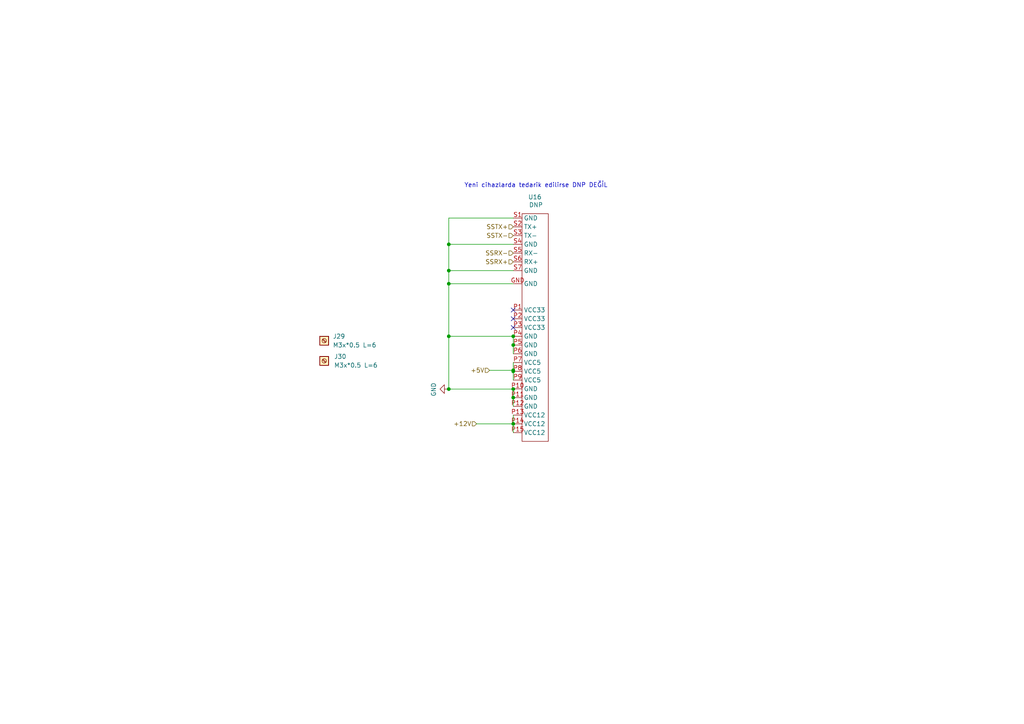
<source format=kicad_sch>
(kicad_sch (version 20231120) (generator "eeschema") (generator_version "8.0")
  (paper "A4")
  (lib_symbols
    (symbol "Connector:Screw_Terminal_01x01" (pin_names (offset 1.016) hide)
      (property "Reference" "J29" (at 2.4847 1.2701 0))
      (property "Value" "M3x*0.5 L=6" (at 2.4847 -1.2699 0))
      (symbol "Screw_Terminal_01x01_1_1"
        (rectangle (start -1.27 1.27) (end 1.27 -1.27) (stroke (width 0.254)) (fill (type background)))
        (polyline (pts (xy -0.5334 0.3302) (xy 0.3302 -0.508)) (stroke (width 0.1524)))
        (polyline (pts (xy -0.3556 0.508) (xy 0.508 -0.3302)) (stroke (width 0.1524)))
        (circle (center 0 0) (radius 0.635) (stroke (width 0.1524)))
      )
    )
    (symbol "SATA:SATA"
      (property "Reference" "U16" (at -1.8016 9.6551 0))
      (property "Value" "5622-1200-ML" (at 1.5004 7.6231 0))
      (symbol "SATA_0_1"
        (rectangle (start -2.54 5.08) (end 5.08 -60.96))
      )
      (symbol "SATA_1_1"
        (pin input line (at -5.08 -15.24 0) (length 2.54) (name "GND") (number "GND"))
        (pin input line (at -5.08 -22.86 0) (length 2.54) (name "VCC33") (number "P1"))
        (pin input line (at -5.08 -45.72 0) (length 2.54) (name "GND") (number "P10"))
        (pin input line (at -5.08 -48.26 0) (length 2.54) (name "GND") (number "P11"))
        (pin input line (at -5.08 -50.8 0) (length 2.54) (name "GND") (number "P12"))
        (pin input line (at -5.08 -53.34 0) (length 2.54) (name "VCC12") (number "P13"))
        (pin input line (at -5.08 -55.88 0) (length 2.54) (name "VCC12") (number "P14"))
        (pin input line (at -5.08 -58.42 0) (length 2.54) (name "VCC12") (number "P15"))
        (pin input line (at -5.08 -25.4 0) (length 2.54) (name "VCC33") (number "P2"))
        (pin input line (at -5.08 -27.94 0) (length 2.54) (name "VCC33") (number "P3"))
        (pin input line (at -5.08 -30.48 0) (length 2.54) (name "GND") (number "P4"))
        (pin input line (at -5.08 -33.02 0) (length 2.54) (name "GND") (number "P5"))
        (pin input line (at -5.08 -35.56 0) (length 2.54) (name "GND") (number "P6"))
        (pin input line (at -5.08 -38.1 0) (length 2.54) (name "VCC5") (number "P7"))
        (pin input line (at -5.08 -40.64 0) (length 2.54) (name "VCC5") (number "P8"))
        (pin input line (at -5.08 -43.18 0) (length 2.54) (name "VCC5") (number "P9"))
        (pin input line (at -5.08 3.81 0) (length 2.54) (name "GND") (number "S1"))
        (pin input line (at -5.08 1.27 0) (length 2.54) (name "TX+") (number "S2"))
        (pin input line (at -5.08 -1.27 0) (length 2.54) (name "TX-") (number "S3"))
        (pin input line (at -5.08 -3.81 0) (length 2.54) (name "GND") (number "S4"))
        (pin input line (at -5.08 -6.35 0) (length 2.54) (name "RX-") (number "S5"))
        (pin input line (at -5.08 -8.89 0) (length 2.54) (name "RX+") (number "S6"))
        (pin input line (at -5.08 -11.43 0) (length 2.54) (name "GND") (number "S7"))
      )
    )
    (symbol "Screw_Terminal_01x01_1" (pin_names (offset 1.016) hide)
      (property "Reference" "J30" (at 2.8515 1.2701 0))
      (property "Value" "M3x*0.5 L=6" (at 2.8515 -1.2699 0))
      (symbol "Screw_Terminal_01x01_1_1_1"
        (rectangle (start -1.27 1.27) (end 1.27 -1.27) (stroke (width 0.254)) (fill (type background)))
        (polyline (pts (xy -0.5334 0.3302) (xy 0.3302 -0.508)) (stroke (width 0.1524)))
        (polyline (pts (xy -0.3556 0.508) (xy 0.508 -0.3302)) (stroke (width 0.1524)))
        (circle (center 0 0) (radius 0.635) (stroke (width 0.1524)))
      )
    )
    (symbol "power:GND" (power) (pin_names (offset 0))
      (property "Value" "GND" (at 0 -3.81 0))
      (symbol "GND_0_1"
        (polyline (pts (xy 0 0) (xy 0 -1.27) (xy 1.27 -1.27) (xy 0 -2.54) (xy -1.27 -1.27) (xy 0 -1.27)))
      )
      (symbol "GND_1_1"
        (pin power_in line (at 0 0 270) (length 0) hide (name "GND") (number "1"))
      )
    )
  )
  (junction (at 148.8676 107.4096))
  (junction (at 130.166 78.4891))
  (junction (at 148.8676 97.5391))
  (junction (at 148.8676 100.0791))
  (junction (at 148.8676 112.8509))
  (junction (at 130.166 70.8691))
  (junction (at 130.166 97.5391))
  (junction (at 130.166 112.8509))
  (junction (at 148.8676 122.9391))
  (junction (at 148.8676 115.3191))
  (junction (at 148.8676 107.6991))
  (junction (at 130.166 82.2991))
  (no_connect (at 148.8676 94.9991))
  (no_connect (at 148.8676 92.4591))
  (no_connect (at 148.8676 89.9191))
  (wire (pts (xy 130.166 112.8509) (xy 148.8676 112.8509)))
  (wire (pts (xy 148.8676 115.3191) (xy 148.8676 117.8591)))
  (wire (pts (xy 148.8676 102.6191) (xy 148.8676 100.0791)))
  (wire (pts (xy 130.166 82.2991) (xy 130.166 97.5391)))
  (wire (pts (xy 148.8676 105.1591) (xy 148.8676 107.4096)))
  (wire (pts (xy 148.8676 112.7791) (xy 148.8676 112.8509)))
  (wire (pts (xy 130.166 97.5391) (xy 130.166 112.8509)))
  (wire (pts (xy 148.8676 107.4096) (xy 148.8676 107.6991)))
  (wire (pts (xy 130.166 78.4891) (xy 130.166 70.8691)))
  (wire (pts (xy 148.8676 120.3991) (xy 148.8676 122.9391)))
  (wire (pts (xy 138.2261 122.9391) (xy 148.8676 122.9391)))
  (wire (pts (xy 130.166 63.2491) (xy 130.166 70.8691)))
  (wire (pts (xy 148.8676 107.4096) (xy 141.9867 107.4096)))
  (wire (pts (xy 148.8676 97.5391) (xy 130.166 97.5391)))
  (wire (pts (xy 148.8676 78.4891) (xy 130.166 78.4891)))
  (wire (pts (xy 148.8676 122.9391) (xy 148.8676 125.4791)))
  (wire (pts (xy 148.8676 112.8509) (xy 148.8676 115.3191)))
  (wire (pts (xy 148.8676 110.2391) (xy 148.8676 107.6991)))
  (wire (pts (xy 130.166 78.4891) (xy 130.166 82.2991)))
  (wire (pts (xy 138.2261 122.9153) (xy 138.2261 122.9391)))
  (wire (pts (xy 148.8676 63.2491) (xy 130.166 63.2491)))
  (wire (pts (xy 130.166 70.8691) (xy 148.8676 70.8691)))
  (wire (pts (xy 148.8676 100.0791) (xy 148.8676 97.5391)))
  (wire (pts (xy 148.8676 82.2991) (xy 130.166 82.2991)))
  (text "Yeni cihazlarda tedarik edilirse DNP DEĞİL\n" (at 155.448 53.848 0) (effects (font (size 1.27 1.27))))
  (hierarchical_label "SSTX-" (shape input) (at 148.8676 68.3291 180))
  (hierarchical_label "+5V" (shape input) (at 141.9867 107.4096 180))
  (hierarchical_label "SSRX-" (shape input) (at 148.8676 73.4091 180))
  (hierarchical_label "+12V" (shape input) (at 138.2261 122.9153 180))
  (hierarchical_label "SSTX+" (shape input) (at 148.8676 65.7891 180))
  (hierarchical_label "SSRX+" (shape input) (at 148.8676 75.9491 180))
  (symbol (lib_name "Screw_Terminal_01x01_1") (lib_id "Connector:Screw_Terminal_01x01") (at 94.0353 104.681 0) (unit 1)
    (property "Reference" "J30" (at 96.8868 103.4109 0) (effects (justify left)))
    (property "Value" "M3x*0.5 L=6" (at 96.8868 105.9509 0) (effects (justify left)))
    (property "Footprint" "HDMI 2.0 TX:Screw Terminal Shinbo" (effects (hide yes)))
    (property "Description" "Board mounting elevator    M3 hole size, 4 pins PCB-64-M3" (effects (hide yes)))
    (property "MPN" "SMTSO-M3-6ET" (effects (hide yes)))
  )
  (symbol (lib_id "SATA:SATA") (at 153.9476 67.0591 0) (unit 1)
    (property "Reference" "U16" (at 153.162 57.15 0) (effects (justify left)))
    (property "Value" "DNP" (at 155.448 59.436 0))
    (property "Footprint" "SATA_Connector:SATA_Connector_5622-1200-ML" (effects (hide yes)))
    (property "MPN" "SAF-8ASC-2132M" (effects (hide yes)))
  )
  (symbol (lib_id "power:GND") (at 130.166 112.8509 270) (unit 1)
    (property "Reference" "#PWR069" (effects (hide yes)))
    (property "Value" "GND" (at 125.7718 112.9779 0))
  )
  (symbol (lib_id "Connector:Screw_Terminal_01x01") (at 94.0353 98.8308 0) (unit 1)
    (property "Reference" "J29" (at 96.52 97.5607 0) (effects (justify left)))
    (property "Value" "M3x*0.5 L=6" (at 96.52 100.1007 0) (effects (justify left)))
    (property "Footprint" "HDMI 2.0 TX:Screw Terminal Shinbo" (effects (hide yes)))
    (property "Description" "Board mounting elevator    M3 hole size, 4 pins PCB-64-M3" (effects (hide yes)))
    (property "MPN" "SMTSO-M3-6ET" (effects (hide yes)))
  )
)
</source>
